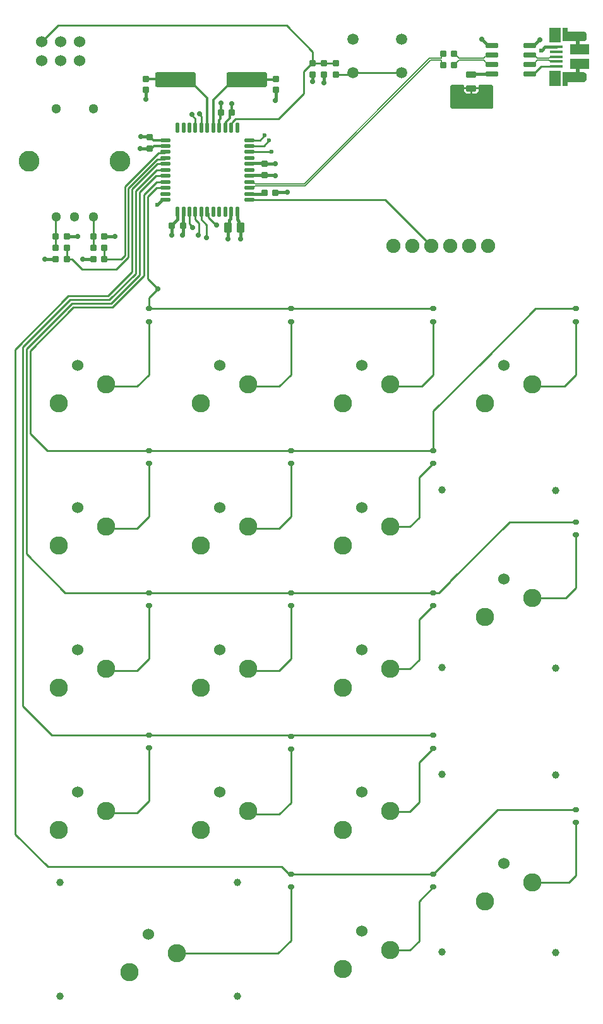
<source format=gtl>
G04*
G04 #@! TF.GenerationSoftware,Altium Limited,Altium Designer,22.9.1 (49)*
G04*
G04 Layer_Physical_Order=1*
G04 Layer_Color=255*
%FSLAX25Y25*%
%MOIN*%
G70*
G04*
G04 #@! TF.SameCoordinates,9D6E7D6E-5856-4DC7-B93E-05E9B7285799*
G04*
G04*
G04 #@! TF.FilePolarity,Positive*
G04*
G01*
G75*
%ADD15C,0.01968*%
G04:AMPARAMS|DCode=17|XSize=32.28mil|YSize=36.58mil|CornerRadius=7.91mil|HoleSize=0mil|Usage=FLASHONLY|Rotation=270.000|XOffset=0mil|YOffset=0mil|HoleType=Round|Shape=RoundedRectangle|*
%AMROUNDEDRECTD17*
21,1,0.03228,0.02076,0,0,270.0*
21,1,0.01647,0.03658,0,0,270.0*
1,1,0.01582,-0.01038,-0.00823*
1,1,0.01582,-0.01038,0.00823*
1,1,0.01582,0.01038,0.00823*
1,1,0.01582,0.01038,-0.00823*
%
%ADD17ROUNDEDRECTD17*%
G04:AMPARAMS|DCode=18|XSize=216.54mil|YSize=78.74mil|CornerRadius=12.21mil|HoleSize=0mil|Usage=FLASHONLY|Rotation=180.000|XOffset=0mil|YOffset=0mil|HoleType=Round|Shape=RoundedRectangle|*
%AMROUNDEDRECTD18*
21,1,0.21654,0.05433,0,0,180.0*
21,1,0.19213,0.07874,0,0,180.0*
1,1,0.02441,-0.09606,0.02717*
1,1,0.02441,0.09606,0.02717*
1,1,0.02441,0.09606,-0.02717*
1,1,0.02441,-0.09606,-0.02717*
%
%ADD18ROUNDEDRECTD18*%
G04:AMPARAMS|DCode=19|XSize=55.12mil|YSize=21.53mil|CornerRadius=5.38mil|HoleSize=0mil|Usage=FLASHONLY|Rotation=0.000|XOffset=0mil|YOffset=0mil|HoleType=Round|Shape=RoundedRectangle|*
%AMROUNDEDRECTD19*
21,1,0.05512,0.01077,0,0,0.0*
21,1,0.04435,0.02153,0,0,0.0*
1,1,0.01077,0.02218,-0.00538*
1,1,0.01077,-0.02218,-0.00538*
1,1,0.01077,-0.02218,0.00538*
1,1,0.01077,0.02218,0.00538*
%
%ADD19ROUNDEDRECTD19*%
G04:AMPARAMS|DCode=20|XSize=55.12mil|YSize=21.53mil|CornerRadius=5.38mil|HoleSize=0mil|Usage=FLASHONLY|Rotation=90.000|XOffset=0mil|YOffset=0mil|HoleType=Round|Shape=RoundedRectangle|*
%AMROUNDEDRECTD20*
21,1,0.05512,0.01077,0,0,90.0*
21,1,0.04435,0.02153,0,0,90.0*
1,1,0.01077,0.00538,0.02218*
1,1,0.01077,0.00538,-0.02218*
1,1,0.01077,-0.00538,-0.02218*
1,1,0.01077,-0.00538,0.02218*
%
%ADD20ROUNDEDRECTD20*%
G04:AMPARAMS|DCode=21|XSize=32.28mil|YSize=36.61mil|CornerRadius=7.91mil|HoleSize=0mil|Usage=FLASHONLY|Rotation=90.000|XOffset=0mil|YOffset=0mil|HoleType=Round|Shape=RoundedRectangle|*
%AMROUNDEDRECTD21*
21,1,0.03228,0.02080,0,0,90.0*
21,1,0.01647,0.03661,0,0,90.0*
1,1,0.01582,0.01040,0.00823*
1,1,0.01582,0.01040,-0.00823*
1,1,0.01582,-0.01040,-0.00823*
1,1,0.01582,-0.01040,0.00823*
%
%ADD21ROUNDEDRECTD21*%
G04:AMPARAMS|DCode=22|XSize=32.28mil|YSize=36.61mil|CornerRadius=7.91mil|HoleSize=0mil|Usage=FLASHONLY|Rotation=180.000|XOffset=0mil|YOffset=0mil|HoleType=Round|Shape=RoundedRectangle|*
%AMROUNDEDRECTD22*
21,1,0.03228,0.02080,0,0,180.0*
21,1,0.01647,0.03661,0,0,180.0*
1,1,0.01582,-0.00823,0.01040*
1,1,0.01582,0.00823,0.01040*
1,1,0.01582,0.00823,-0.01040*
1,1,0.01582,-0.00823,-0.01040*
%
%ADD22ROUNDEDRECTD22*%
%ADD23R,0.09843X0.05610*%
G04:AMPARAMS|DCode=24|XSize=68.9mil|YSize=15.75mil|CornerRadius=3.94mil|HoleSize=0mil|Usage=FLASHONLY|Rotation=180.000|XOffset=0mil|YOffset=0mil|HoleType=Round|Shape=RoundedRectangle|*
%AMROUNDEDRECTD24*
21,1,0.06890,0.00787,0,0,180.0*
21,1,0.06102,0.01575,0,0,180.0*
1,1,0.00787,-0.03051,0.00394*
1,1,0.00787,0.03051,0.00394*
1,1,0.00787,0.03051,-0.00394*
1,1,0.00787,-0.03051,-0.00394*
%
%ADD24ROUNDEDRECTD24*%
G04:AMPARAMS|DCode=25|XSize=33.47mil|YSize=55.91mil|CornerRadius=7.86mil|HoleSize=0mil|Usage=FLASHONLY|Rotation=90.000|XOffset=0mil|YOffset=0mil|HoleType=Round|Shape=RoundedRectangle|*
%AMROUNDEDRECTD25*
21,1,0.03347,0.04018,0,0,90.0*
21,1,0.01774,0.05591,0,0,90.0*
1,1,0.01573,0.02009,0.00887*
1,1,0.01573,0.02009,-0.00887*
1,1,0.01573,-0.02009,-0.00887*
1,1,0.01573,-0.02009,0.00887*
%
%ADD25ROUNDEDRECTD25*%
G04:AMPARAMS|DCode=26|XSize=23.62mil|YSize=31.5mil|CornerRadius=5.91mil|HoleSize=0mil|Usage=FLASHONLY|Rotation=90.000|XOffset=0mil|YOffset=0mil|HoleType=Round|Shape=RoundedRectangle|*
%AMROUNDEDRECTD26*
21,1,0.02362,0.01968,0,0,90.0*
21,1,0.01181,0.03150,0,0,90.0*
1,1,0.01181,0.00984,0.00591*
1,1,0.01181,0.00984,-0.00591*
1,1,0.01181,-0.00984,-0.00591*
1,1,0.01181,-0.00984,0.00591*
%
%ADD26ROUNDEDRECTD26*%
G04:AMPARAMS|DCode=27|XSize=69.65mil|YSize=23.98mil|CornerRadius=5.99mil|HoleSize=0mil|Usage=FLASHONLY|Rotation=0.000|XOffset=0mil|YOffset=0mil|HoleType=Round|Shape=RoundedRectangle|*
%AMROUNDEDRECTD27*
21,1,0.06965,0.01199,0,0,0.0*
21,1,0.05766,0.02398,0,0,0.0*
1,1,0.01199,0.02883,-0.00599*
1,1,0.01199,-0.02883,-0.00599*
1,1,0.01199,-0.02883,0.00599*
1,1,0.01199,0.02883,0.00599*
%
%ADD27ROUNDEDRECTD27*%
G04:AMPARAMS|DCode=28|XSize=32.28mil|YSize=36.58mil|CornerRadius=7.91mil|HoleSize=0mil|Usage=FLASHONLY|Rotation=0.000|XOffset=0mil|YOffset=0mil|HoleType=Round|Shape=RoundedRectangle|*
%AMROUNDEDRECTD28*
21,1,0.03228,0.02076,0,0,0.0*
21,1,0.01647,0.03658,0,0,0.0*
1,1,0.01582,0.00823,-0.01038*
1,1,0.01582,-0.00823,-0.01038*
1,1,0.01582,-0.00823,0.01038*
1,1,0.01582,0.00823,0.01038*
%
%ADD28ROUNDEDRECTD28*%
G04:AMPARAMS|DCode=29|XSize=40.16mil|YSize=54.29mil|CornerRadius=7.83mil|HoleSize=0mil|Usage=FLASHONLY|Rotation=180.000|XOffset=0mil|YOffset=0mil|HoleType=Round|Shape=RoundedRectangle|*
%AMROUNDEDRECTD29*
21,1,0.04016,0.03863,0,0,180.0*
21,1,0.02450,0.05429,0,0,180.0*
1,1,0.01566,-0.01225,0.01932*
1,1,0.01566,0.01225,0.01932*
1,1,0.01566,0.01225,-0.01932*
1,1,0.01566,-0.01225,-0.01932*
%
%ADD29ROUNDEDRECTD29*%
%ADD43C,0.06000*%
%ADD55C,0.00984*%
%ADD56C,0.01575*%
%ADD57C,0.01181*%
%ADD58C,0.00515*%
%ADD59C,0.01000*%
%ADD60C,0.09646*%
%ADD61C,0.05906*%
%ADD62C,0.11024*%
%ADD63C,0.05118*%
%ADD64C,0.03937*%
%ADD65C,0.07500*%
%ADD66O,0.09449X0.04724*%
%ADD67O,0.05748X0.02874*%
%ADD68C,0.02362*%
%ADD69C,0.02756*%
G36*
X301575Y523524D02*
X310039D01*
X310122Y523520D01*
X310205Y523516D01*
X310287Y523504D01*
X310366Y523488D01*
X310449Y523468D01*
X310528Y523445D01*
X310602Y523417D01*
X310681Y523386D01*
X310756Y523350D01*
X310827Y523311D01*
X310898Y523268D01*
X310965Y523224D01*
X311032Y523173D01*
X311094Y523118D01*
X311154Y523063D01*
X311209Y523004D01*
X311264Y522941D01*
X311315Y522874D01*
X311358Y522807D01*
X311402Y522736D01*
X311441Y522665D01*
X311476Y522590D01*
X311508Y522512D01*
X311535Y522437D01*
X311559Y522358D01*
X311579Y522276D01*
X311595Y522197D01*
X311606Y522114D01*
X311610Y522031D01*
X311614Y521949D01*
Y519980D01*
X311610Y519898D01*
X311606Y519815D01*
X311595Y519732D01*
X311579Y519654D01*
X311559Y519571D01*
X311535Y519492D01*
X311508Y519417D01*
X311476Y519339D01*
X311441Y519264D01*
X311402Y519193D01*
X311358Y519122D01*
X311315Y519055D01*
X311264Y518988D01*
X311209Y518925D01*
X311154Y518866D01*
X311094Y518811D01*
X311032Y518756D01*
X310965Y518705D01*
X310898Y518661D01*
X310827Y518618D01*
X310756Y518579D01*
X310681Y518543D01*
X310602Y518512D01*
X310528Y518484D01*
X310449Y518461D01*
X310366Y518441D01*
X310287Y518425D01*
X310205Y518413D01*
X310122Y518409D01*
X310039Y518405D01*
X298819D01*
Y525591D01*
X301575D01*
Y523524D01*
D02*
G37*
G36*
X297835Y517717D02*
X292087D01*
Y525591D01*
X297835D01*
Y517717D01*
D02*
G37*
G36*
X310122Y502063D02*
X310205Y502059D01*
X310287Y502047D01*
X310366Y502032D01*
X310449Y502012D01*
X310528Y501988D01*
X310602Y501961D01*
X310681Y501929D01*
X310756Y501894D01*
X310827Y501854D01*
X310898Y501811D01*
X310965Y501768D01*
X311032Y501717D01*
X311094Y501661D01*
X311154Y501606D01*
X311209Y501547D01*
X311264Y501484D01*
X311315Y501417D01*
X311358Y501350D01*
X311402Y501279D01*
X311441Y501209D01*
X311476Y501134D01*
X311508Y501055D01*
X311535Y500980D01*
X311559Y500902D01*
X311579Y500819D01*
X311595Y500740D01*
X311606Y500658D01*
X311610Y500575D01*
X311614Y500492D01*
Y498524D01*
X311610Y498441D01*
X311606Y498358D01*
X311595Y498276D01*
X311579Y498197D01*
X311559Y498114D01*
X311535Y498035D01*
X311508Y497961D01*
X311476Y497882D01*
X311441Y497807D01*
X311402Y497736D01*
X311358Y497665D01*
X311315Y497598D01*
X311264Y497532D01*
X311209Y497469D01*
X311154Y497409D01*
X311094Y497354D01*
X311032Y497299D01*
X310965Y497248D01*
X310898Y497205D01*
X310827Y497161D01*
X310756Y497122D01*
X310681Y497087D01*
X310602Y497055D01*
X310528Y497028D01*
X310449Y497004D01*
X310366Y496984D01*
X310287Y496969D01*
X310205Y496957D01*
X310122Y496953D01*
X310039Y496949D01*
X301575D01*
Y494882D01*
X298819D01*
Y502067D01*
X310039D01*
X310122Y502063D01*
D02*
G37*
G36*
X297835Y494882D02*
X292087D01*
Y502756D01*
X297835D01*
Y494882D01*
D02*
G37*
G36*
X246698Y495383D02*
X247043Y494883D01*
X246957Y494450D01*
Y494063D01*
X250787D01*
X254618D01*
Y494450D01*
X254532Y494883D01*
X254877Y495383D01*
X261507D01*
X262402Y494488D01*
Y483463D01*
X261615Y482677D01*
X240551Y482677D01*
X239567Y483661D01*
Y494488D01*
X240462Y495383D01*
X246698D01*
D02*
G37*
%LPC*%
G36*
X254618Y493063D02*
X251287D01*
Y490855D01*
X252796D01*
X253493Y490993D01*
X254084Y491388D01*
X254479Y491979D01*
X254618Y492676D01*
Y493063D01*
D02*
G37*
G36*
X250287D02*
X246957D01*
Y492676D01*
X247096Y491979D01*
X247491Y491388D01*
X248081Y490993D01*
X248779Y490855D01*
X250287D01*
Y493063D01*
D02*
G37*
%LPD*%
D15*
X306890Y515010D02*
Y520965D01*
Y515010D02*
X307874Y514026D01*
X306890Y499508D02*
Y505463D01*
X307874Y506447D01*
D17*
X141535Y447835D02*
D03*
Y453780D02*
D03*
X173031Y500965D02*
D03*
Y506909D02*
D03*
X147488Y498658D02*
D03*
Y492713D02*
D03*
X78984Y498658D02*
D03*
Y492713D02*
D03*
X80905Y467933D02*
D03*
Y461988D02*
D03*
D18*
X94732Y498244D02*
D03*
X132133D02*
D03*
D19*
X133587Y434842D02*
D03*
Y437992D02*
D03*
Y441142D02*
D03*
Y444291D02*
D03*
Y447441D02*
D03*
Y450591D02*
D03*
Y453740D02*
D03*
Y456890D02*
D03*
Y460039D02*
D03*
Y463189D02*
D03*
Y466339D02*
D03*
X89248D02*
D03*
Y463189D02*
D03*
Y460039D02*
D03*
Y456890D02*
D03*
Y453740D02*
D03*
Y450591D02*
D03*
Y447441D02*
D03*
Y444291D02*
D03*
Y441142D02*
D03*
Y437992D02*
D03*
Y434842D02*
D03*
D20*
X127165Y472760D02*
D03*
X124016D02*
D03*
X120866D02*
D03*
X117717D02*
D03*
X114567D02*
D03*
X111417D02*
D03*
X108268D02*
D03*
X105118D02*
D03*
X101969D02*
D03*
X98819D02*
D03*
X95669D02*
D03*
Y428421D02*
D03*
X98819D02*
D03*
X101969D02*
D03*
X105118D02*
D03*
X108268D02*
D03*
X111417D02*
D03*
X114567D02*
D03*
X117717D02*
D03*
X120866D02*
D03*
X124016D02*
D03*
X127165D02*
D03*
D21*
X179331Y506909D02*
D03*
Y500965D02*
D03*
X166929D02*
D03*
Y506909D02*
D03*
D22*
X235807Y511811D02*
D03*
X241752D02*
D03*
X235807Y505905D02*
D03*
X241752D02*
D03*
X51161Y409662D02*
D03*
X57106D02*
D03*
Y403658D02*
D03*
X51161D02*
D03*
X31280Y409662D02*
D03*
X37224D02*
D03*
Y403658D02*
D03*
X31280D02*
D03*
D23*
X307874Y514026D02*
D03*
Y506447D02*
D03*
D24*
X295768Y515354D02*
D03*
Y512795D02*
D03*
Y510236D02*
D03*
Y507677D02*
D03*
Y505118D02*
D03*
D25*
X250787Y500925D02*
D03*
Y493563D02*
D03*
D26*
X305906Y113189D02*
D03*
Y106496D02*
D03*
X230709Y79134D02*
D03*
Y72441D02*
D03*
X155512Y79134D02*
D03*
Y72441D02*
D03*
X230709Y152362D02*
D03*
Y145669D02*
D03*
X155512Y151772D02*
D03*
Y145079D02*
D03*
X80512Y152559D02*
D03*
Y145866D02*
D03*
X305906Y264982D02*
D03*
Y258289D02*
D03*
X230709Y227559D02*
D03*
Y220866D02*
D03*
X155512Y227559D02*
D03*
Y220866D02*
D03*
X80512Y227559D02*
D03*
Y220866D02*
D03*
X305906Y377362D02*
D03*
Y370669D02*
D03*
X230709Y302559D02*
D03*
Y295866D02*
D03*
X155512Y302559D02*
D03*
Y295866D02*
D03*
X80512Y302559D02*
D03*
Y295866D02*
D03*
X230709Y377362D02*
D03*
Y370669D02*
D03*
X155512Y377362D02*
D03*
Y370669D02*
D03*
X80512Y377362D02*
D03*
Y370669D02*
D03*
D27*
X281480Y501299D02*
D03*
Y506299D02*
D03*
Y511299D02*
D03*
Y516299D02*
D03*
X261614D02*
D03*
Y511299D02*
D03*
Y506299D02*
D03*
Y501299D02*
D03*
D28*
X57106Y415665D02*
D03*
X51161D02*
D03*
X147461Y438583D02*
D03*
X141516D02*
D03*
X37224Y415665D02*
D03*
X31280D02*
D03*
X118484Y480709D02*
D03*
X124429D02*
D03*
X98492Y421276D02*
D03*
X92547D02*
D03*
D29*
X122271Y420095D02*
D03*
X129003D02*
D03*
D43*
X24055Y508110D02*
D03*
X34055D02*
D03*
X44055D02*
D03*
X24055Y518110D02*
D03*
X34055D02*
D03*
X44055D02*
D03*
X267799Y84870D02*
D03*
X192823Y49118D02*
D03*
X80413Y47441D02*
D03*
X192914Y122441D02*
D03*
X117913D02*
D03*
X42913D02*
D03*
X267799Y234870D02*
D03*
X192914Y197441D02*
D03*
X117913D02*
D03*
X42913D02*
D03*
X267914Y347441D02*
D03*
X192914Y272441D02*
D03*
X117913D02*
D03*
X42913D02*
D03*
X192914Y347441D02*
D03*
X117913D02*
D03*
X42913D02*
D03*
D55*
X32717Y526772D02*
X153150D01*
X24055Y518110D02*
X32717Y526772D01*
X153150D02*
X166929Y512992D01*
X148845Y477388D02*
X162205Y490748D01*
Y502402D02*
X166713Y506909D01*
X162205Y490748D02*
Y502402D01*
X166929Y506909D02*
Y512992D01*
X141142Y463189D02*
X143989Y466036D01*
X133587Y463189D02*
X141142D01*
X133587Y460039D02*
X145276D01*
X139173Y466339D02*
X141535Y468701D01*
X133587Y466339D02*
X139173D01*
X133587Y434842D02*
X205288D01*
X229516Y410614D01*
X80118Y393307D02*
Y436614D01*
X84646Y441142D01*
X89248D01*
X80118Y393307D02*
X85433Y387992D01*
X61402Y378134D02*
X77953Y394685D01*
Y437598D02*
X84646Y444291D01*
X77953Y394685D02*
Y437598D01*
X60580Y380118D02*
X75787Y395326D01*
Y438976D01*
X84252Y447441D01*
X59758Y382102D02*
X73622Y395967D01*
Y439567D02*
X84646Y450591D01*
X73622Y395967D02*
Y439567D01*
X71653Y440354D02*
X85039Y453740D01*
X58936Y384087D02*
X71653Y396804D01*
Y440354D01*
X69685Y404449D02*
Y440945D01*
X63362Y398126D02*
X69685Y404449D01*
Y440945D02*
X85074Y456334D01*
X66087Y403658D02*
X67913Y405484D01*
Y441929D02*
X85467Y459483D01*
X67913Y405484D02*
Y441929D01*
X57106Y403658D02*
X66087D01*
X84646Y444291D02*
X89248D01*
X84252Y447441D02*
X89248D01*
X84646Y450591D02*
X89248D01*
X85039Y453740D02*
X89248D01*
X85074Y456334D02*
X88692D01*
X85467Y459483D02*
X88692D01*
X80512Y152559D02*
X230512D01*
X103150Y479625D02*
Y479724D01*
Y479625D02*
X105118Y477656D01*
Y472760D02*
Y477656D01*
X101969Y422133D02*
X103543Y420558D01*
X101969Y422133D02*
Y428421D01*
X103543Y420079D02*
Y420558D01*
X106870Y416318D02*
Y422658D01*
X105118Y424409D02*
Y428421D01*
Y424409D02*
X106870Y422658D01*
X106693Y416142D02*
X106870Y416318D01*
X108268Y424409D02*
Y428421D01*
Y424409D02*
X111024Y421654D01*
Y414764D02*
Y421654D01*
X115904Y421457D02*
X116339D01*
X111973Y425387D02*
Y427865D01*
Y425387D02*
X115904Y421457D01*
X31388Y415774D02*
Y425679D01*
X31280Y415665D02*
X31388Y415774D01*
Y425679D02*
X31496Y425787D01*
X31280Y409662D02*
Y415665D01*
X51161Y409662D02*
Y415665D01*
X51181Y416294D02*
Y425787D01*
X37224Y403658D02*
X37441Y403441D01*
X39980D01*
X188386Y501772D02*
X213976D01*
X80512Y383071D02*
X85433Y387992D01*
X45295Y398126D02*
X63362D01*
X284623Y377362D02*
X305906D01*
X258177Y350916D02*
X284623Y377362D01*
X258177Y350856D02*
Y350916D01*
X230709Y323388D02*
X258177Y350856D01*
X230709Y302559D02*
Y323388D01*
X155512Y302559D02*
X230709D01*
X80512D02*
X155512D01*
X111417Y428421D02*
X111973Y427865D01*
X107283Y479942D02*
Y480315D01*
X108268Y472760D02*
Y478958D01*
X107283Y479942D02*
X108268Y478958D01*
X283764Y501299D02*
X287583Y505118D01*
X281480Y501299D02*
X283764D01*
X287583Y505118D02*
X295768D01*
X124589Y475811D02*
X126166Y477388D01*
X124589Y475601D02*
Y475811D01*
X126166Y477388D02*
X148845D01*
X38942Y382102D02*
X59758D01*
X40748Y378134D02*
X61402D01*
X38120Y384087D02*
X58936D01*
X39926Y380118D02*
X60580D01*
X39980Y403441D02*
X45295Y398126D01*
X37224Y403658D02*
Y409662D01*
X45669Y403658D02*
X45669Y403658D01*
X62598Y415665D02*
X62598Y415665D01*
X88692Y456334D02*
X89248Y456890D01*
X88692Y459483D02*
X89248Y460039D01*
X17929Y355315D02*
X40748Y378134D01*
X15945Y356299D02*
X39567Y379921D01*
X39729D02*
X39926Y380118D01*
X39567Y379921D02*
X39729D01*
X10039Y356006D02*
X38120Y384087D01*
X13961Y357121D02*
X38942Y382102D01*
X80512Y377362D02*
Y383071D01*
Y377362D02*
X155512D01*
X42717Y415665D02*
X42717Y415665D01*
X25787Y403658D02*
X25787Y403658D01*
X31280Y409662D02*
X31327Y409710D01*
X57106Y403658D02*
Y409662D01*
X51012Y409318D02*
X51161Y409169D01*
X15945Y248031D02*
Y356299D01*
X13961Y167732D02*
Y357121D01*
X17929Y311584D02*
Y355315D01*
X13961Y167732D02*
X29134Y152559D01*
X10039Y100197D02*
Y356006D01*
X15945Y248031D02*
X36417Y227559D01*
X80512D01*
X10039Y100197D02*
X27165Y83071D01*
X150787D01*
X154096Y79762D01*
X154884D02*
X155512Y79134D01*
X154096Y79762D02*
X154884D01*
X26954Y302559D02*
X80512D01*
X17929Y311584D02*
X26954Y302559D01*
X80512Y227559D02*
X155512D01*
X29134Y152559D02*
X80512D01*
X231731Y80156D02*
X264764Y113189D01*
X305906D01*
X231731Y79815D02*
Y80156D01*
X231049Y79134D02*
X231731Y79815D01*
X230709Y79134D02*
X231049D01*
X155512D02*
X230709D01*
X230512Y152559D02*
X230709Y152362D01*
X239776Y233576D02*
Y233696D01*
X271062Y264982D02*
X305906D01*
X230709Y227559D02*
X233760D01*
X239776Y233576D01*
Y233696D02*
X271062Y264982D01*
X155512Y227559D02*
X230709D01*
X155512Y377362D02*
X230709D01*
X95413Y37441D02*
X148662D01*
X155512Y44291D01*
Y72441D01*
X300637Y224870D02*
X305906Y230139D01*
X282799Y224870D02*
X300637D01*
X305906Y230139D02*
Y258289D01*
X223228Y64961D02*
X230709Y72441D01*
X223228Y43898D02*
Y64961D01*
X218347Y39016D02*
X223228Y43898D01*
X207914Y39016D02*
X218347D01*
X223228Y138189D02*
X230709Y145669D01*
X223228Y117126D02*
Y138189D01*
X218347Y112244D02*
X223228Y117126D01*
X207914Y112244D02*
X218347D01*
X223228Y213386D02*
X230709Y220866D01*
X223228Y192323D02*
Y213386D01*
X218347Y187441D02*
X223228Y192323D01*
X207914Y187441D02*
X218347D01*
X207914Y262441D02*
X218347D01*
X223228Y267323D01*
Y288386D01*
X230709Y295866D01*
X302430Y74871D02*
X305906Y78347D01*
X282799Y74871D02*
X302430D01*
X305906Y78347D02*
Y106496D01*
X80512Y117717D02*
Y145866D01*
X74410Y111614D02*
X80512Y117717D01*
X58937Y111614D02*
X74410D01*
X155512Y116929D02*
Y145079D01*
X149409Y110827D02*
X155512Y116929D01*
X133937Y110827D02*
X149409D01*
X155512Y192717D02*
Y220866D01*
X149409Y186614D02*
X155512Y192717D01*
X133937Y186614D02*
X149409D01*
X80512Y192717D02*
Y220866D01*
X74410Y186614D02*
X80512Y192717D01*
X58937Y186614D02*
X74410D01*
X80512Y267717D02*
Y295866D01*
X74410Y261614D02*
X80512Y267717D01*
X58937Y261614D02*
X74410D01*
X155512Y267717D02*
Y295866D01*
X149409Y261614D02*
X155512Y267717D01*
X133937Y261614D02*
X149409D01*
X305906Y342520D02*
Y370669D01*
X299803Y336417D02*
X305906Y342520D01*
X284331Y336417D02*
X299803D01*
X230709Y342520D02*
Y370669D01*
X224606Y336417D02*
X230709Y342520D01*
X209134Y336417D02*
X224606D01*
X155512Y342520D02*
Y370669D01*
X149409Y336417D02*
X155512Y342520D01*
X133937Y336417D02*
X149409D01*
X57913Y337441D02*
X58937Y336417D01*
X74410D01*
X80512Y342520D01*
Y370669D01*
X179331Y500965D02*
X187579D01*
X188386Y501772D01*
D56*
X140925Y437992D02*
X141516Y438583D01*
X133587Y437992D02*
X140925D01*
X85039Y432087D02*
Y432313D01*
X87569Y434842D02*
X89248D01*
X85039Y432313D02*
X87569Y434842D01*
X146531Y447835D02*
X146924Y447441D01*
X141535Y447835D02*
X146531D01*
X146924Y447441D02*
X147244D01*
X141870Y453760D02*
X147421D01*
X141604Y454026D02*
X141870Y453760D01*
X147421D02*
X147441Y453740D01*
X141427Y447726D02*
X141535Y447835D01*
X133872Y447726D02*
X141427D01*
X147461Y438583D02*
X147559Y438681D01*
X153445D02*
X153543Y438779D01*
X147559Y438681D02*
X153445D01*
X173031Y496457D02*
Y500748D01*
X172815Y500965D02*
X173031Y500748D01*
X289780Y515354D02*
X295768D01*
X287795Y513583D02*
X288008D01*
X289780Y515354D01*
X128937Y414173D02*
X128970Y414206D01*
Y420062D02*
X129003Y420095D01*
X128970Y414206D02*
Y420062D01*
X128014Y421084D02*
X129003Y420095D01*
X122244Y414173D02*
X122258Y414187D01*
Y420081D01*
X122835Y420658D01*
X76073Y461900D02*
X80817D01*
X75984Y461811D02*
X76073Y461900D01*
X80817D02*
X80905Y461988D01*
X147464Y487031D02*
Y492690D01*
X147488Y492713D01*
X147441Y487008D02*
X147464Y487031D01*
X256260Y519528D02*
X259252Y516535D01*
X166929Y497244D02*
Y500965D01*
X133587Y453740D02*
X133872Y454026D01*
X141604D01*
X133587Y447441D02*
X133872Y447726D01*
X261427Y501112D02*
X261614Y501299D01*
X250787Y500925D02*
X250974Y501112D01*
X261427D01*
X127165Y424409D02*
X128014Y423560D01*
Y421084D02*
Y423560D01*
X127165Y424409D02*
Y428421D01*
X122835Y420658D02*
Y424016D01*
X123730Y424911D02*
Y428136D01*
X124016Y428421D01*
X122835Y424016D02*
X123730Y424911D01*
X98425Y416142D02*
X98492Y416208D01*
Y421276D01*
X92520Y416339D02*
X92533Y416352D01*
Y421262D02*
X92547Y421276D01*
X92533Y416352D02*
Y421262D01*
X98533Y428136D02*
X98819Y428421D01*
X98492Y421276D02*
Y425199D01*
X98533Y425240D01*
Y428136D01*
X92547Y421490D02*
X95669Y424613D01*
Y428421D01*
X92547Y421276D02*
Y421490D01*
X281480Y516299D02*
X283764D01*
X286756Y519291D01*
X286811D01*
X281480Y516299D02*
X281520Y516339D01*
X45669Y403658D02*
X51161D01*
X57106Y415665D02*
X62598D01*
X37224D02*
X42717D01*
X25787Y403658D02*
X31280D01*
X76181Y468110D02*
X80728D01*
X80905Y467933D01*
X78937Y487992D02*
X78984Y488039D01*
Y492713D01*
D57*
X118494Y485817D02*
X118504Y485827D01*
X118307Y480532D02*
X118494Y480719D01*
Y485817D01*
X124419Y480719D02*
X124429Y480709D01*
X124419Y480719D02*
Y485620D01*
X124409Y485630D02*
X124419Y485620D01*
X124429Y480386D02*
Y480709D01*
X82823Y466339D02*
X89248D01*
X81229Y467933D02*
X82823Y466339D01*
X81622Y461594D02*
X83217Y463189D01*
X89248D01*
X121348Y473242D02*
Y475859D01*
X123425Y477936D01*
Y479382D01*
X124429Y480386D01*
X120866Y472760D02*
X121348Y473242D01*
X118307Y477559D02*
Y480532D01*
X117717Y476968D02*
X118307Y477559D01*
X117717Y472760D02*
Y476968D01*
X94732Y498244D02*
X101756D01*
X111417Y488583D01*
Y472760D02*
Y488583D01*
X114567Y487598D02*
X125213Y498244D01*
X114567Y472760D02*
Y487598D01*
X125213Y498244D02*
X132133D01*
X147074D02*
X147488Y498658D01*
X132133Y498244D02*
X147074D01*
X94318Y498658D02*
X94732Y498244D01*
X78984Y498658D02*
X94318D01*
D58*
X134232Y443645D02*
X136379D01*
X134232Y441788D02*
X136379D01*
X136800Y442209D02*
X163075D01*
X136379Y441788D02*
X136800Y442209D01*
X136800Y443224D02*
X162655D01*
X133587Y444291D02*
X134232Y443645D01*
X136379D02*
X136800Y443224D01*
X133587Y441142D02*
X134232Y441788D01*
X234907Y506806D02*
X235807Y505905D01*
X234907Y509667D02*
Y510911D01*
X163075Y442209D02*
X229217Y508351D01*
X234907Y510911D02*
X235807Y511811D01*
X229217Y508351D02*
X234605D01*
X234907Y508049D01*
Y506806D02*
Y508049D01*
X162655Y443224D02*
X228796Y509366D01*
X234605D01*
X234907Y509667D01*
X285614Y508449D02*
X291775D01*
X281480Y506299D02*
X283465D01*
X285614Y508449D01*
X291775D02*
X292033Y508191D01*
X295254D02*
X295768Y507677D01*
X292033Y508191D02*
X295254D01*
X285614Y509464D02*
X291775D01*
X281480Y511299D02*
X283780D01*
X285614Y509464D01*
X291775D02*
X292033Y509722D01*
X295254D01*
X295768Y510236D01*
X259449Y506299D02*
X261614D01*
X244197Y508351D02*
X257397D01*
X259449Y506299D01*
X241752Y505905D02*
X244197Y508351D01*
X259331Y511299D02*
X261614D01*
X244197Y509366D02*
X257397D01*
X259331Y511299D01*
X241752Y511811D02*
X244197Y509366D01*
D59*
X124569Y475582D02*
X124589Y475601D01*
X173031Y506909D02*
X179331D01*
X166929D02*
X173031D01*
D60*
X282799Y74871D02*
D03*
X257799Y64871D02*
D03*
X207823Y39118D02*
D03*
X182823Y29118D02*
D03*
X95413Y37441D02*
D03*
X70413Y27441D02*
D03*
X207914Y112441D02*
D03*
X182914Y102441D02*
D03*
X132913Y112441D02*
D03*
X107913Y102441D02*
D03*
X57913Y112441D02*
D03*
X32913Y102441D02*
D03*
X282799Y224870D02*
D03*
X257799Y214870D02*
D03*
X207914Y187441D02*
D03*
X182914Y177441D02*
D03*
X132913Y187441D02*
D03*
X107913Y177441D02*
D03*
X57913Y187441D02*
D03*
X32913Y177441D02*
D03*
X282914Y337441D02*
D03*
X257914Y327441D02*
D03*
X207914Y262441D02*
D03*
X182914Y252441D02*
D03*
X132913Y262441D02*
D03*
X107913Y252441D02*
D03*
X57913Y262441D02*
D03*
X32913Y252441D02*
D03*
X207914Y337441D02*
D03*
X182914Y327441D02*
D03*
X132913Y337441D02*
D03*
X107913Y327441D02*
D03*
X57913Y337441D02*
D03*
X32913Y327441D02*
D03*
D61*
X213976Y519488D02*
D03*
X188386D02*
D03*
X213976Y501772D02*
D03*
X188386D02*
D03*
D62*
X65354Y455315D02*
D03*
X17323D02*
D03*
D63*
X41339Y425787D02*
D03*
X51181D02*
D03*
X31496D02*
D03*
X51181Y482874D02*
D03*
X31496D02*
D03*
D64*
X295358Y37823D02*
D03*
Y131524D02*
D03*
X235358Y38020D02*
D03*
Y131721D02*
D03*
X127461Y75000D02*
D03*
X33760D02*
D03*
X127264Y15000D02*
D03*
X33563D02*
D03*
X295358Y187823D02*
D03*
Y281524D02*
D03*
X235358Y188020D02*
D03*
Y281720D02*
D03*
D65*
X209516Y410614D02*
D03*
X249516D02*
D03*
X259516D02*
D03*
X239516D02*
D03*
X229516D02*
D03*
X219516D02*
D03*
D66*
X306890Y520965D02*
D03*
Y499508D02*
D03*
D67*
X294961Y519783D02*
D03*
Y500689D02*
D03*
D68*
X141535Y468701D02*
D03*
X144095Y466142D02*
D03*
X145276Y460039D02*
D03*
X85039Y432087D02*
D03*
X287795Y513583D02*
D03*
D69*
X147244Y447441D02*
D03*
X147441Y453740D02*
D03*
X153543Y438779D02*
D03*
X173031Y496457D02*
D03*
X118504Y485827D02*
D03*
X124409Y485630D02*
D03*
X128937Y414173D02*
D03*
X122244D02*
D03*
X75984Y461811D02*
D03*
X103150Y479724D02*
D03*
X103543Y420079D02*
D03*
X106693Y416142D02*
D03*
X111024Y414764D02*
D03*
X116339Y421457D02*
D03*
X147441Y487008D02*
D03*
X256260Y519583D02*
D03*
X259842Y490945D02*
D03*
X242520D02*
D03*
X242520Y485433D02*
D03*
X166929Y497244D02*
D03*
X248294Y485433D02*
D03*
X259842D02*
D03*
X254068D02*
D03*
X85433Y387992D02*
D03*
X107283Y480315D02*
D03*
X98425Y416142D02*
D03*
X92520Y416339D02*
D03*
X286811Y519291D02*
D03*
X45472Y403658D02*
D03*
X62795Y415665D02*
D03*
X42913D02*
D03*
X25591Y403658D02*
D03*
X76181Y468110D02*
D03*
X78937Y487992D02*
D03*
M02*

</source>
